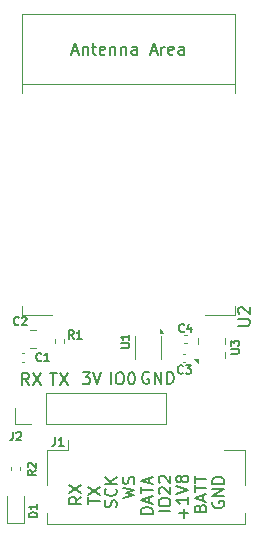
<source format=gbr>
%TF.GenerationSoftware,KiCad,Pcbnew,8.0.2-1*%
%TF.CreationDate,2025-01-02T17:14:25+07:00*%
%TF.ProjectId,ESP32-iPod-BLE,45535033-322d-4695-906f-642d424c452e,rev?*%
%TF.SameCoordinates,Original*%
%TF.FileFunction,Legend,Top*%
%TF.FilePolarity,Positive*%
%FSLAX46Y46*%
G04 Gerber Fmt 4.6, Leading zero omitted, Abs format (unit mm)*
G04 Created by KiCad (PCBNEW 8.0.2-1) date 2025-01-02 17:14:25*
%MOMM*%
%LPD*%
G01*
G04 APERTURE LIST*
%ADD10C,0.200000*%
%ADD11C,0.150000*%
%ADD12C,0.120000*%
G04 APERTURE END LIST*
D10*
X121914838Y-105056517D02*
X121867219Y-105151755D01*
X121867219Y-105151755D02*
X121867219Y-105294612D01*
X121867219Y-105294612D02*
X121914838Y-105437469D01*
X121914838Y-105437469D02*
X122010076Y-105532707D01*
X122010076Y-105532707D02*
X122105314Y-105580326D01*
X122105314Y-105580326D02*
X122295790Y-105627945D01*
X122295790Y-105627945D02*
X122438647Y-105627945D01*
X122438647Y-105627945D02*
X122629123Y-105580326D01*
X122629123Y-105580326D02*
X122724361Y-105532707D01*
X122724361Y-105532707D02*
X122819600Y-105437469D01*
X122819600Y-105437469D02*
X122867219Y-105294612D01*
X122867219Y-105294612D02*
X122867219Y-105199374D01*
X122867219Y-105199374D02*
X122819600Y-105056517D01*
X122819600Y-105056517D02*
X122771980Y-105008898D01*
X122771980Y-105008898D02*
X122438647Y-105008898D01*
X122438647Y-105008898D02*
X122438647Y-105199374D01*
X122867219Y-104580326D02*
X121867219Y-104580326D01*
X121867219Y-104580326D02*
X122867219Y-104008898D01*
X122867219Y-104008898D02*
X121867219Y-104008898D01*
X122867219Y-103532707D02*
X121867219Y-103532707D01*
X121867219Y-103532707D02*
X121867219Y-103294612D01*
X121867219Y-103294612D02*
X121914838Y-103151755D01*
X121914838Y-103151755D02*
X122010076Y-103056517D01*
X122010076Y-103056517D02*
X122105314Y-103008898D01*
X122105314Y-103008898D02*
X122295790Y-102961279D01*
X122295790Y-102961279D02*
X122438647Y-102961279D01*
X122438647Y-102961279D02*
X122629123Y-103008898D01*
X122629123Y-103008898D02*
X122724361Y-103056517D01*
X122724361Y-103056517D02*
X122819600Y-103151755D01*
X122819600Y-103151755D02*
X122867219Y-103294612D01*
X122867219Y-103294612D02*
X122867219Y-103532707D01*
X120843409Y-105596993D02*
X120891028Y-105454136D01*
X120891028Y-105454136D02*
X120938647Y-105406517D01*
X120938647Y-105406517D02*
X121033885Y-105358898D01*
X121033885Y-105358898D02*
X121176742Y-105358898D01*
X121176742Y-105358898D02*
X121271980Y-105406517D01*
X121271980Y-105406517D02*
X121319600Y-105454136D01*
X121319600Y-105454136D02*
X121367219Y-105549374D01*
X121367219Y-105549374D02*
X121367219Y-105930326D01*
X121367219Y-105930326D02*
X120367219Y-105930326D01*
X120367219Y-105930326D02*
X120367219Y-105596993D01*
X120367219Y-105596993D02*
X120414838Y-105501755D01*
X120414838Y-105501755D02*
X120462457Y-105454136D01*
X120462457Y-105454136D02*
X120557695Y-105406517D01*
X120557695Y-105406517D02*
X120652933Y-105406517D01*
X120652933Y-105406517D02*
X120748171Y-105454136D01*
X120748171Y-105454136D02*
X120795790Y-105501755D01*
X120795790Y-105501755D02*
X120843409Y-105596993D01*
X120843409Y-105596993D02*
X120843409Y-105930326D01*
X121081504Y-104977945D02*
X121081504Y-104501755D01*
X121367219Y-105073183D02*
X120367219Y-104739850D01*
X120367219Y-104739850D02*
X121367219Y-104406517D01*
X120367219Y-104216040D02*
X120367219Y-103644612D01*
X121367219Y-103930326D02*
X120367219Y-103930326D01*
X120367219Y-103454135D02*
X120367219Y-102882707D01*
X121367219Y-103168421D02*
X120367219Y-103168421D01*
X119436266Y-106430326D02*
X119436266Y-105668422D01*
X119817219Y-106049374D02*
X119055314Y-106049374D01*
X119817219Y-104668422D02*
X119817219Y-105239850D01*
X119817219Y-104954136D02*
X118817219Y-104954136D01*
X118817219Y-104954136D02*
X118960076Y-105049374D01*
X118960076Y-105049374D02*
X119055314Y-105144612D01*
X119055314Y-105144612D02*
X119102933Y-105239850D01*
X118817219Y-104382707D02*
X119817219Y-104049374D01*
X119817219Y-104049374D02*
X118817219Y-103716041D01*
X119245790Y-103239850D02*
X119198171Y-103335088D01*
X119198171Y-103335088D02*
X119150552Y-103382707D01*
X119150552Y-103382707D02*
X119055314Y-103430326D01*
X119055314Y-103430326D02*
X119007695Y-103430326D01*
X119007695Y-103430326D02*
X118912457Y-103382707D01*
X118912457Y-103382707D02*
X118864838Y-103335088D01*
X118864838Y-103335088D02*
X118817219Y-103239850D01*
X118817219Y-103239850D02*
X118817219Y-103049374D01*
X118817219Y-103049374D02*
X118864838Y-102954136D01*
X118864838Y-102954136D02*
X118912457Y-102906517D01*
X118912457Y-102906517D02*
X119007695Y-102858898D01*
X119007695Y-102858898D02*
X119055314Y-102858898D01*
X119055314Y-102858898D02*
X119150552Y-102906517D01*
X119150552Y-102906517D02*
X119198171Y-102954136D01*
X119198171Y-102954136D02*
X119245790Y-103049374D01*
X119245790Y-103049374D02*
X119245790Y-103239850D01*
X119245790Y-103239850D02*
X119293409Y-103335088D01*
X119293409Y-103335088D02*
X119341028Y-103382707D01*
X119341028Y-103382707D02*
X119436266Y-103430326D01*
X119436266Y-103430326D02*
X119626742Y-103430326D01*
X119626742Y-103430326D02*
X119721980Y-103382707D01*
X119721980Y-103382707D02*
X119769600Y-103335088D01*
X119769600Y-103335088D02*
X119817219Y-103239850D01*
X119817219Y-103239850D02*
X119817219Y-103049374D01*
X119817219Y-103049374D02*
X119769600Y-102954136D01*
X119769600Y-102954136D02*
X119721980Y-102906517D01*
X119721980Y-102906517D02*
X119626742Y-102858898D01*
X119626742Y-102858898D02*
X119436266Y-102858898D01*
X119436266Y-102858898D02*
X119341028Y-102906517D01*
X119341028Y-102906517D02*
X119293409Y-102954136D01*
X119293409Y-102954136D02*
X119245790Y-103049374D01*
X118317219Y-105880326D02*
X117317219Y-105880326D01*
X117317219Y-105213660D02*
X117317219Y-105023184D01*
X117317219Y-105023184D02*
X117364838Y-104927946D01*
X117364838Y-104927946D02*
X117460076Y-104832708D01*
X117460076Y-104832708D02*
X117650552Y-104785089D01*
X117650552Y-104785089D02*
X117983885Y-104785089D01*
X117983885Y-104785089D02*
X118174361Y-104832708D01*
X118174361Y-104832708D02*
X118269600Y-104927946D01*
X118269600Y-104927946D02*
X118317219Y-105023184D01*
X118317219Y-105023184D02*
X118317219Y-105213660D01*
X118317219Y-105213660D02*
X118269600Y-105308898D01*
X118269600Y-105308898D02*
X118174361Y-105404136D01*
X118174361Y-105404136D02*
X117983885Y-105451755D01*
X117983885Y-105451755D02*
X117650552Y-105451755D01*
X117650552Y-105451755D02*
X117460076Y-105404136D01*
X117460076Y-105404136D02*
X117364838Y-105308898D01*
X117364838Y-105308898D02*
X117317219Y-105213660D01*
X117412457Y-104404136D02*
X117364838Y-104356517D01*
X117364838Y-104356517D02*
X117317219Y-104261279D01*
X117317219Y-104261279D02*
X117317219Y-104023184D01*
X117317219Y-104023184D02*
X117364838Y-103927946D01*
X117364838Y-103927946D02*
X117412457Y-103880327D01*
X117412457Y-103880327D02*
X117507695Y-103832708D01*
X117507695Y-103832708D02*
X117602933Y-103832708D01*
X117602933Y-103832708D02*
X117745790Y-103880327D01*
X117745790Y-103880327D02*
X118317219Y-104451755D01*
X118317219Y-104451755D02*
X118317219Y-103832708D01*
X117412457Y-103451755D02*
X117364838Y-103404136D01*
X117364838Y-103404136D02*
X117317219Y-103308898D01*
X117317219Y-103308898D02*
X117317219Y-103070803D01*
X117317219Y-103070803D02*
X117364838Y-102975565D01*
X117364838Y-102975565D02*
X117412457Y-102927946D01*
X117412457Y-102927946D02*
X117507695Y-102880327D01*
X117507695Y-102880327D02*
X117602933Y-102880327D01*
X117602933Y-102880327D02*
X117745790Y-102927946D01*
X117745790Y-102927946D02*
X118317219Y-103499374D01*
X118317219Y-103499374D02*
X118317219Y-102880327D01*
X116817219Y-106080326D02*
X115817219Y-106080326D01*
X115817219Y-106080326D02*
X115817219Y-105842231D01*
X115817219Y-105842231D02*
X115864838Y-105699374D01*
X115864838Y-105699374D02*
X115960076Y-105604136D01*
X115960076Y-105604136D02*
X116055314Y-105556517D01*
X116055314Y-105556517D02*
X116245790Y-105508898D01*
X116245790Y-105508898D02*
X116388647Y-105508898D01*
X116388647Y-105508898D02*
X116579123Y-105556517D01*
X116579123Y-105556517D02*
X116674361Y-105604136D01*
X116674361Y-105604136D02*
X116769600Y-105699374D01*
X116769600Y-105699374D02*
X116817219Y-105842231D01*
X116817219Y-105842231D02*
X116817219Y-106080326D01*
X116531504Y-105127945D02*
X116531504Y-104651755D01*
X116817219Y-105223183D02*
X115817219Y-104889850D01*
X115817219Y-104889850D02*
X116817219Y-104556517D01*
X115817219Y-104366040D02*
X115817219Y-103794612D01*
X116817219Y-104080326D02*
X115817219Y-104080326D01*
X116531504Y-103508897D02*
X116531504Y-103032707D01*
X116817219Y-103604135D02*
X115817219Y-103270802D01*
X115817219Y-103270802D02*
X116817219Y-102937469D01*
X114267219Y-104725564D02*
X115267219Y-104487469D01*
X115267219Y-104487469D02*
X114552933Y-104296993D01*
X114552933Y-104296993D02*
X115267219Y-104106517D01*
X115267219Y-104106517D02*
X114267219Y-103868422D01*
X115219600Y-103535088D02*
X115267219Y-103392231D01*
X115267219Y-103392231D02*
X115267219Y-103154136D01*
X115267219Y-103154136D02*
X115219600Y-103058898D01*
X115219600Y-103058898D02*
X115171980Y-103011279D01*
X115171980Y-103011279D02*
X115076742Y-102963660D01*
X115076742Y-102963660D02*
X114981504Y-102963660D01*
X114981504Y-102963660D02*
X114886266Y-103011279D01*
X114886266Y-103011279D02*
X114838647Y-103058898D01*
X114838647Y-103058898D02*
X114791028Y-103154136D01*
X114791028Y-103154136D02*
X114743409Y-103344612D01*
X114743409Y-103344612D02*
X114695790Y-103439850D01*
X114695790Y-103439850D02*
X114648171Y-103487469D01*
X114648171Y-103487469D02*
X114552933Y-103535088D01*
X114552933Y-103535088D02*
X114457695Y-103535088D01*
X114457695Y-103535088D02*
X114362457Y-103487469D01*
X114362457Y-103487469D02*
X114314838Y-103439850D01*
X114314838Y-103439850D02*
X114267219Y-103344612D01*
X114267219Y-103344612D02*
X114267219Y-103106517D01*
X114267219Y-103106517D02*
X114314838Y-102963660D01*
X113719600Y-105527945D02*
X113767219Y-105385088D01*
X113767219Y-105385088D02*
X113767219Y-105146993D01*
X113767219Y-105146993D02*
X113719600Y-105051755D01*
X113719600Y-105051755D02*
X113671980Y-105004136D01*
X113671980Y-105004136D02*
X113576742Y-104956517D01*
X113576742Y-104956517D02*
X113481504Y-104956517D01*
X113481504Y-104956517D02*
X113386266Y-105004136D01*
X113386266Y-105004136D02*
X113338647Y-105051755D01*
X113338647Y-105051755D02*
X113291028Y-105146993D01*
X113291028Y-105146993D02*
X113243409Y-105337469D01*
X113243409Y-105337469D02*
X113195790Y-105432707D01*
X113195790Y-105432707D02*
X113148171Y-105480326D01*
X113148171Y-105480326D02*
X113052933Y-105527945D01*
X113052933Y-105527945D02*
X112957695Y-105527945D01*
X112957695Y-105527945D02*
X112862457Y-105480326D01*
X112862457Y-105480326D02*
X112814838Y-105432707D01*
X112814838Y-105432707D02*
X112767219Y-105337469D01*
X112767219Y-105337469D02*
X112767219Y-105099374D01*
X112767219Y-105099374D02*
X112814838Y-104956517D01*
X113671980Y-103956517D02*
X113719600Y-104004136D01*
X113719600Y-104004136D02*
X113767219Y-104146993D01*
X113767219Y-104146993D02*
X113767219Y-104242231D01*
X113767219Y-104242231D02*
X113719600Y-104385088D01*
X113719600Y-104385088D02*
X113624361Y-104480326D01*
X113624361Y-104480326D02*
X113529123Y-104527945D01*
X113529123Y-104527945D02*
X113338647Y-104575564D01*
X113338647Y-104575564D02*
X113195790Y-104575564D01*
X113195790Y-104575564D02*
X113005314Y-104527945D01*
X113005314Y-104527945D02*
X112910076Y-104480326D01*
X112910076Y-104480326D02*
X112814838Y-104385088D01*
X112814838Y-104385088D02*
X112767219Y-104242231D01*
X112767219Y-104242231D02*
X112767219Y-104146993D01*
X112767219Y-104146993D02*
X112814838Y-104004136D01*
X112814838Y-104004136D02*
X112862457Y-103956517D01*
X113767219Y-103527945D02*
X112767219Y-103527945D01*
X113767219Y-102956517D02*
X113195790Y-103385088D01*
X112767219Y-102956517D02*
X113338647Y-103527945D01*
X111317219Y-105273183D02*
X111317219Y-104701755D01*
X112317219Y-104987469D02*
X111317219Y-104987469D01*
X111317219Y-104463659D02*
X112317219Y-103796993D01*
X111317219Y-103796993D02*
X112317219Y-104463659D01*
X110767219Y-104658898D02*
X110291028Y-104992231D01*
X110767219Y-105230326D02*
X109767219Y-105230326D01*
X109767219Y-105230326D02*
X109767219Y-104849374D01*
X109767219Y-104849374D02*
X109814838Y-104754136D01*
X109814838Y-104754136D02*
X109862457Y-104706517D01*
X109862457Y-104706517D02*
X109957695Y-104658898D01*
X109957695Y-104658898D02*
X110100552Y-104658898D01*
X110100552Y-104658898D02*
X110195790Y-104706517D01*
X110195790Y-104706517D02*
X110243409Y-104754136D01*
X110243409Y-104754136D02*
X110291028Y-104849374D01*
X110291028Y-104849374D02*
X110291028Y-105230326D01*
X109767219Y-104325564D02*
X110767219Y-103658898D01*
X109767219Y-103658898D02*
X110767219Y-104325564D01*
X116493482Y-94114838D02*
X116398244Y-94067219D01*
X116398244Y-94067219D02*
X116255387Y-94067219D01*
X116255387Y-94067219D02*
X116112530Y-94114838D01*
X116112530Y-94114838D02*
X116017292Y-94210076D01*
X116017292Y-94210076D02*
X115969673Y-94305314D01*
X115969673Y-94305314D02*
X115922054Y-94495790D01*
X115922054Y-94495790D02*
X115922054Y-94638647D01*
X115922054Y-94638647D02*
X115969673Y-94829123D01*
X115969673Y-94829123D02*
X116017292Y-94924361D01*
X116017292Y-94924361D02*
X116112530Y-95019600D01*
X116112530Y-95019600D02*
X116255387Y-95067219D01*
X116255387Y-95067219D02*
X116350625Y-95067219D01*
X116350625Y-95067219D02*
X116493482Y-95019600D01*
X116493482Y-95019600D02*
X116541101Y-94971980D01*
X116541101Y-94971980D02*
X116541101Y-94638647D01*
X116541101Y-94638647D02*
X116350625Y-94638647D01*
X116969673Y-95067219D02*
X116969673Y-94067219D01*
X116969673Y-94067219D02*
X117541101Y-95067219D01*
X117541101Y-95067219D02*
X117541101Y-94067219D01*
X118017292Y-95067219D02*
X118017292Y-94067219D01*
X118017292Y-94067219D02*
X118255387Y-94067219D01*
X118255387Y-94067219D02*
X118398244Y-94114838D01*
X118398244Y-94114838D02*
X118493482Y-94210076D01*
X118493482Y-94210076D02*
X118541101Y-94305314D01*
X118541101Y-94305314D02*
X118588720Y-94495790D01*
X118588720Y-94495790D02*
X118588720Y-94638647D01*
X118588720Y-94638647D02*
X118541101Y-94829123D01*
X118541101Y-94829123D02*
X118493482Y-94924361D01*
X118493482Y-94924361D02*
X118398244Y-95019600D01*
X118398244Y-95019600D02*
X118255387Y-95067219D01*
X118255387Y-95067219D02*
X118017292Y-95067219D01*
X113269673Y-95117219D02*
X113269673Y-94117219D01*
X113936339Y-94117219D02*
X114126815Y-94117219D01*
X114126815Y-94117219D02*
X114222053Y-94164838D01*
X114222053Y-94164838D02*
X114317291Y-94260076D01*
X114317291Y-94260076D02*
X114364910Y-94450552D01*
X114364910Y-94450552D02*
X114364910Y-94783885D01*
X114364910Y-94783885D02*
X114317291Y-94974361D01*
X114317291Y-94974361D02*
X114222053Y-95069600D01*
X114222053Y-95069600D02*
X114126815Y-95117219D01*
X114126815Y-95117219D02*
X113936339Y-95117219D01*
X113936339Y-95117219D02*
X113841101Y-95069600D01*
X113841101Y-95069600D02*
X113745863Y-94974361D01*
X113745863Y-94974361D02*
X113698244Y-94783885D01*
X113698244Y-94783885D02*
X113698244Y-94450552D01*
X113698244Y-94450552D02*
X113745863Y-94260076D01*
X113745863Y-94260076D02*
X113841101Y-94164838D01*
X113841101Y-94164838D02*
X113936339Y-94117219D01*
X114983958Y-94117219D02*
X115079196Y-94117219D01*
X115079196Y-94117219D02*
X115174434Y-94164838D01*
X115174434Y-94164838D02*
X115222053Y-94212457D01*
X115222053Y-94212457D02*
X115269672Y-94307695D01*
X115269672Y-94307695D02*
X115317291Y-94498171D01*
X115317291Y-94498171D02*
X115317291Y-94736266D01*
X115317291Y-94736266D02*
X115269672Y-94926742D01*
X115269672Y-94926742D02*
X115222053Y-95021980D01*
X115222053Y-95021980D02*
X115174434Y-95069600D01*
X115174434Y-95069600D02*
X115079196Y-95117219D01*
X115079196Y-95117219D02*
X114983958Y-95117219D01*
X114983958Y-95117219D02*
X114888720Y-95069600D01*
X114888720Y-95069600D02*
X114841101Y-95021980D01*
X114841101Y-95021980D02*
X114793482Y-94926742D01*
X114793482Y-94926742D02*
X114745863Y-94736266D01*
X114745863Y-94736266D02*
X114745863Y-94498171D01*
X114745863Y-94498171D02*
X114793482Y-94307695D01*
X114793482Y-94307695D02*
X114841101Y-94212457D01*
X114841101Y-94212457D02*
X114888720Y-94164838D01*
X114888720Y-94164838D02*
X114983958Y-94117219D01*
X110874435Y-94117219D02*
X111493482Y-94117219D01*
X111493482Y-94117219D02*
X111160149Y-94498171D01*
X111160149Y-94498171D02*
X111303006Y-94498171D01*
X111303006Y-94498171D02*
X111398244Y-94545790D01*
X111398244Y-94545790D02*
X111445863Y-94593409D01*
X111445863Y-94593409D02*
X111493482Y-94688647D01*
X111493482Y-94688647D02*
X111493482Y-94926742D01*
X111493482Y-94926742D02*
X111445863Y-95021980D01*
X111445863Y-95021980D02*
X111398244Y-95069600D01*
X111398244Y-95069600D02*
X111303006Y-95117219D01*
X111303006Y-95117219D02*
X111017292Y-95117219D01*
X111017292Y-95117219D02*
X110922054Y-95069600D01*
X110922054Y-95069600D02*
X110874435Y-95021980D01*
X111779197Y-94117219D02*
X112112530Y-95117219D01*
X112112530Y-95117219D02*
X112445863Y-94117219D01*
X108126816Y-94167219D02*
X108698244Y-94167219D01*
X108412530Y-95167219D02*
X108412530Y-94167219D01*
X108936340Y-94167219D02*
X109603006Y-95167219D01*
X109603006Y-94167219D02*
X108936340Y-95167219D01*
X106341101Y-95167219D02*
X106007768Y-94691028D01*
X105769673Y-95167219D02*
X105769673Y-94167219D01*
X105769673Y-94167219D02*
X106150625Y-94167219D01*
X106150625Y-94167219D02*
X106245863Y-94214838D01*
X106245863Y-94214838D02*
X106293482Y-94262457D01*
X106293482Y-94262457D02*
X106341101Y-94357695D01*
X106341101Y-94357695D02*
X106341101Y-94500552D01*
X106341101Y-94500552D02*
X106293482Y-94595790D01*
X106293482Y-94595790D02*
X106245863Y-94643409D01*
X106245863Y-94643409D02*
X106150625Y-94691028D01*
X106150625Y-94691028D02*
X105769673Y-94691028D01*
X106674435Y-94167219D02*
X107341101Y-95167219D01*
X107341101Y-94167219D02*
X106674435Y-95167219D01*
D11*
X123416033Y-92533333D02*
X123982700Y-92533333D01*
X123982700Y-92533333D02*
X124049366Y-92500000D01*
X124049366Y-92500000D02*
X124082700Y-92466666D01*
X124082700Y-92466666D02*
X124116033Y-92400000D01*
X124116033Y-92400000D02*
X124116033Y-92266666D01*
X124116033Y-92266666D02*
X124082700Y-92200000D01*
X124082700Y-92200000D02*
X124049366Y-92166666D01*
X124049366Y-92166666D02*
X123982700Y-92133333D01*
X123982700Y-92133333D02*
X123416033Y-92133333D01*
X123416033Y-91866667D02*
X123416033Y-91433333D01*
X123416033Y-91433333D02*
X123682700Y-91666667D01*
X123682700Y-91666667D02*
X123682700Y-91566667D01*
X123682700Y-91566667D02*
X123716033Y-91500000D01*
X123716033Y-91500000D02*
X123749366Y-91466667D01*
X123749366Y-91466667D02*
X123816033Y-91433333D01*
X123816033Y-91433333D02*
X123982700Y-91433333D01*
X123982700Y-91433333D02*
X124049366Y-91466667D01*
X124049366Y-91466667D02*
X124082700Y-91500000D01*
X124082700Y-91500000D02*
X124116033Y-91566667D01*
X124116033Y-91566667D02*
X124116033Y-91766667D01*
X124116033Y-91766667D02*
X124082700Y-91833333D01*
X124082700Y-91833333D02*
X124049366Y-91866667D01*
X119383333Y-94149366D02*
X119350000Y-94182700D01*
X119350000Y-94182700D02*
X119250000Y-94216033D01*
X119250000Y-94216033D02*
X119183333Y-94216033D01*
X119183333Y-94216033D02*
X119083333Y-94182700D01*
X119083333Y-94182700D02*
X119016667Y-94116033D01*
X119016667Y-94116033D02*
X118983333Y-94049366D01*
X118983333Y-94049366D02*
X118950000Y-93916033D01*
X118950000Y-93916033D02*
X118950000Y-93816033D01*
X118950000Y-93816033D02*
X118983333Y-93682700D01*
X118983333Y-93682700D02*
X119016667Y-93616033D01*
X119016667Y-93616033D02*
X119083333Y-93549366D01*
X119083333Y-93549366D02*
X119183333Y-93516033D01*
X119183333Y-93516033D02*
X119250000Y-93516033D01*
X119250000Y-93516033D02*
X119350000Y-93549366D01*
X119350000Y-93549366D02*
X119383333Y-93582700D01*
X119616667Y-93516033D02*
X120050000Y-93516033D01*
X120050000Y-93516033D02*
X119816667Y-93782700D01*
X119816667Y-93782700D02*
X119916667Y-93782700D01*
X119916667Y-93782700D02*
X119983333Y-93816033D01*
X119983333Y-93816033D02*
X120016667Y-93849366D01*
X120016667Y-93849366D02*
X120050000Y-93916033D01*
X120050000Y-93916033D02*
X120050000Y-94082700D01*
X120050000Y-94082700D02*
X120016667Y-94149366D01*
X120016667Y-94149366D02*
X119983333Y-94182700D01*
X119983333Y-94182700D02*
X119916667Y-94216033D01*
X119916667Y-94216033D02*
X119716667Y-94216033D01*
X119716667Y-94216033D02*
X119650000Y-94182700D01*
X119650000Y-94182700D02*
X119616667Y-94149366D01*
X119483333Y-90649366D02*
X119450000Y-90682700D01*
X119450000Y-90682700D02*
X119350000Y-90716033D01*
X119350000Y-90716033D02*
X119283333Y-90716033D01*
X119283333Y-90716033D02*
X119183333Y-90682700D01*
X119183333Y-90682700D02*
X119116667Y-90616033D01*
X119116667Y-90616033D02*
X119083333Y-90549366D01*
X119083333Y-90549366D02*
X119050000Y-90416033D01*
X119050000Y-90416033D02*
X119050000Y-90316033D01*
X119050000Y-90316033D02*
X119083333Y-90182700D01*
X119083333Y-90182700D02*
X119116667Y-90116033D01*
X119116667Y-90116033D02*
X119183333Y-90049366D01*
X119183333Y-90049366D02*
X119283333Y-90016033D01*
X119283333Y-90016033D02*
X119350000Y-90016033D01*
X119350000Y-90016033D02*
X119450000Y-90049366D01*
X119450000Y-90049366D02*
X119483333Y-90082700D01*
X120083333Y-90249366D02*
X120083333Y-90716033D01*
X119916667Y-89982700D02*
X119750000Y-90482700D01*
X119750000Y-90482700D02*
X120183333Y-90482700D01*
X107383333Y-93099366D02*
X107350000Y-93132700D01*
X107350000Y-93132700D02*
X107250000Y-93166033D01*
X107250000Y-93166033D02*
X107183333Y-93166033D01*
X107183333Y-93166033D02*
X107083333Y-93132700D01*
X107083333Y-93132700D02*
X107016667Y-93066033D01*
X107016667Y-93066033D02*
X106983333Y-92999366D01*
X106983333Y-92999366D02*
X106950000Y-92866033D01*
X106950000Y-92866033D02*
X106950000Y-92766033D01*
X106950000Y-92766033D02*
X106983333Y-92632700D01*
X106983333Y-92632700D02*
X107016667Y-92566033D01*
X107016667Y-92566033D02*
X107083333Y-92499366D01*
X107083333Y-92499366D02*
X107183333Y-92466033D01*
X107183333Y-92466033D02*
X107250000Y-92466033D01*
X107250000Y-92466033D02*
X107350000Y-92499366D01*
X107350000Y-92499366D02*
X107383333Y-92532700D01*
X108050000Y-93166033D02*
X107650000Y-93166033D01*
X107850000Y-93166033D02*
X107850000Y-92466033D01*
X107850000Y-92466033D02*
X107783333Y-92566033D01*
X107783333Y-92566033D02*
X107716667Y-92632700D01*
X107716667Y-92632700D02*
X107650000Y-92666033D01*
X105483333Y-90049366D02*
X105450000Y-90082700D01*
X105450000Y-90082700D02*
X105350000Y-90116033D01*
X105350000Y-90116033D02*
X105283333Y-90116033D01*
X105283333Y-90116033D02*
X105183333Y-90082700D01*
X105183333Y-90082700D02*
X105116667Y-90016033D01*
X105116667Y-90016033D02*
X105083333Y-89949366D01*
X105083333Y-89949366D02*
X105050000Y-89816033D01*
X105050000Y-89816033D02*
X105050000Y-89716033D01*
X105050000Y-89716033D02*
X105083333Y-89582700D01*
X105083333Y-89582700D02*
X105116667Y-89516033D01*
X105116667Y-89516033D02*
X105183333Y-89449366D01*
X105183333Y-89449366D02*
X105283333Y-89416033D01*
X105283333Y-89416033D02*
X105350000Y-89416033D01*
X105350000Y-89416033D02*
X105450000Y-89449366D01*
X105450000Y-89449366D02*
X105483333Y-89482700D01*
X105750000Y-89482700D02*
X105783333Y-89449366D01*
X105783333Y-89449366D02*
X105850000Y-89416033D01*
X105850000Y-89416033D02*
X106016667Y-89416033D01*
X106016667Y-89416033D02*
X106083333Y-89449366D01*
X106083333Y-89449366D02*
X106116667Y-89482700D01*
X106116667Y-89482700D02*
X106150000Y-89549366D01*
X106150000Y-89549366D02*
X106150000Y-89616033D01*
X106150000Y-89616033D02*
X106116667Y-89716033D01*
X106116667Y-89716033D02*
X105716667Y-90116033D01*
X105716667Y-90116033D02*
X106150000Y-90116033D01*
X106916033Y-102416666D02*
X106582700Y-102649999D01*
X106916033Y-102816666D02*
X106216033Y-102816666D01*
X106216033Y-102816666D02*
X106216033Y-102549999D01*
X106216033Y-102549999D02*
X106249366Y-102483333D01*
X106249366Y-102483333D02*
X106282700Y-102449999D01*
X106282700Y-102449999D02*
X106349366Y-102416666D01*
X106349366Y-102416666D02*
X106449366Y-102416666D01*
X106449366Y-102416666D02*
X106516033Y-102449999D01*
X106516033Y-102449999D02*
X106549366Y-102483333D01*
X106549366Y-102483333D02*
X106582700Y-102549999D01*
X106582700Y-102549999D02*
X106582700Y-102816666D01*
X106282700Y-102149999D02*
X106249366Y-102116666D01*
X106249366Y-102116666D02*
X106216033Y-102049999D01*
X106216033Y-102049999D02*
X106216033Y-101883333D01*
X106216033Y-101883333D02*
X106249366Y-101816666D01*
X106249366Y-101816666D02*
X106282700Y-101783333D01*
X106282700Y-101783333D02*
X106349366Y-101749999D01*
X106349366Y-101749999D02*
X106416033Y-101749999D01*
X106416033Y-101749999D02*
X106516033Y-101783333D01*
X106516033Y-101783333D02*
X106916033Y-102183333D01*
X106916033Y-102183333D02*
X106916033Y-101749999D01*
X110133333Y-91266033D02*
X109900000Y-90932700D01*
X109733333Y-91266033D02*
X109733333Y-90566033D01*
X109733333Y-90566033D02*
X110000000Y-90566033D01*
X110000000Y-90566033D02*
X110066667Y-90599366D01*
X110066667Y-90599366D02*
X110100000Y-90632700D01*
X110100000Y-90632700D02*
X110133333Y-90699366D01*
X110133333Y-90699366D02*
X110133333Y-90799366D01*
X110133333Y-90799366D02*
X110100000Y-90866033D01*
X110100000Y-90866033D02*
X110066667Y-90899366D01*
X110066667Y-90899366D02*
X110000000Y-90932700D01*
X110000000Y-90932700D02*
X109733333Y-90932700D01*
X110800000Y-91266033D02*
X110400000Y-91266033D01*
X110600000Y-91266033D02*
X110600000Y-90566033D01*
X110600000Y-90566033D02*
X110533333Y-90666033D01*
X110533333Y-90666033D02*
X110466667Y-90732700D01*
X110466667Y-90732700D02*
X110400000Y-90766033D01*
X114116033Y-92033333D02*
X114682700Y-92033333D01*
X114682700Y-92033333D02*
X114749366Y-92000000D01*
X114749366Y-92000000D02*
X114782700Y-91966666D01*
X114782700Y-91966666D02*
X114816033Y-91900000D01*
X114816033Y-91900000D02*
X114816033Y-91766666D01*
X114816033Y-91766666D02*
X114782700Y-91700000D01*
X114782700Y-91700000D02*
X114749366Y-91666666D01*
X114749366Y-91666666D02*
X114682700Y-91633333D01*
X114682700Y-91633333D02*
X114116033Y-91633333D01*
X114816033Y-90933333D02*
X114816033Y-91333333D01*
X114816033Y-91133333D02*
X114116033Y-91133333D01*
X114116033Y-91133333D02*
X114216033Y-91200000D01*
X114216033Y-91200000D02*
X114282700Y-91266667D01*
X114282700Y-91266667D02*
X114316033Y-91333333D01*
X107016033Y-106354167D02*
X106316033Y-106354167D01*
X106316033Y-106354167D02*
X106316033Y-106187500D01*
X106316033Y-106187500D02*
X106349366Y-106087500D01*
X106349366Y-106087500D02*
X106416033Y-106020834D01*
X106416033Y-106020834D02*
X106482700Y-105987500D01*
X106482700Y-105987500D02*
X106616033Y-105954167D01*
X106616033Y-105954167D02*
X106716033Y-105954167D01*
X106716033Y-105954167D02*
X106849366Y-105987500D01*
X106849366Y-105987500D02*
X106916033Y-106020834D01*
X106916033Y-106020834D02*
X106982700Y-106087500D01*
X106982700Y-106087500D02*
X107016033Y-106187500D01*
X107016033Y-106187500D02*
X107016033Y-106354167D01*
X107016033Y-105287500D02*
X107016033Y-105687500D01*
X107016033Y-105487500D02*
X106316033Y-105487500D01*
X106316033Y-105487500D02*
X106416033Y-105554167D01*
X106416033Y-105554167D02*
X106482700Y-105620834D01*
X106482700Y-105620834D02*
X106516033Y-105687500D01*
X124054819Y-90161904D02*
X124864342Y-90161904D01*
X124864342Y-90161904D02*
X124959580Y-90114285D01*
X124959580Y-90114285D02*
X125007200Y-90066666D01*
X125007200Y-90066666D02*
X125054819Y-89971428D01*
X125054819Y-89971428D02*
X125054819Y-89780952D01*
X125054819Y-89780952D02*
X125007200Y-89685714D01*
X125007200Y-89685714D02*
X124959580Y-89638095D01*
X124959580Y-89638095D02*
X124864342Y-89590476D01*
X124864342Y-89590476D02*
X124054819Y-89590476D01*
X124150057Y-89161904D02*
X124102438Y-89114285D01*
X124102438Y-89114285D02*
X124054819Y-89019047D01*
X124054819Y-89019047D02*
X124054819Y-88780952D01*
X124054819Y-88780952D02*
X124102438Y-88685714D01*
X124102438Y-88685714D02*
X124150057Y-88638095D01*
X124150057Y-88638095D02*
X124245295Y-88590476D01*
X124245295Y-88590476D02*
X124340533Y-88590476D01*
X124340533Y-88590476D02*
X124483390Y-88638095D01*
X124483390Y-88638095D02*
X125054819Y-89209523D01*
X125054819Y-89209523D02*
X125054819Y-88590476D01*
X109988094Y-66919104D02*
X110464284Y-66919104D01*
X109892856Y-67204819D02*
X110226189Y-66204819D01*
X110226189Y-66204819D02*
X110559522Y-67204819D01*
X110892856Y-66538152D02*
X110892856Y-67204819D01*
X110892856Y-66633390D02*
X110940475Y-66585771D01*
X110940475Y-66585771D02*
X111035713Y-66538152D01*
X111035713Y-66538152D02*
X111178570Y-66538152D01*
X111178570Y-66538152D02*
X111273808Y-66585771D01*
X111273808Y-66585771D02*
X111321427Y-66681009D01*
X111321427Y-66681009D02*
X111321427Y-67204819D01*
X111654761Y-66538152D02*
X112035713Y-66538152D01*
X111797618Y-66204819D02*
X111797618Y-67061961D01*
X111797618Y-67061961D02*
X111845237Y-67157200D01*
X111845237Y-67157200D02*
X111940475Y-67204819D01*
X111940475Y-67204819D02*
X112035713Y-67204819D01*
X112749999Y-67157200D02*
X112654761Y-67204819D01*
X112654761Y-67204819D02*
X112464285Y-67204819D01*
X112464285Y-67204819D02*
X112369047Y-67157200D01*
X112369047Y-67157200D02*
X112321428Y-67061961D01*
X112321428Y-67061961D02*
X112321428Y-66681009D01*
X112321428Y-66681009D02*
X112369047Y-66585771D01*
X112369047Y-66585771D02*
X112464285Y-66538152D01*
X112464285Y-66538152D02*
X112654761Y-66538152D01*
X112654761Y-66538152D02*
X112749999Y-66585771D01*
X112749999Y-66585771D02*
X112797618Y-66681009D01*
X112797618Y-66681009D02*
X112797618Y-66776247D01*
X112797618Y-66776247D02*
X112321428Y-66871485D01*
X113226190Y-66538152D02*
X113226190Y-67204819D01*
X113226190Y-66633390D02*
X113273809Y-66585771D01*
X113273809Y-66585771D02*
X113369047Y-66538152D01*
X113369047Y-66538152D02*
X113511904Y-66538152D01*
X113511904Y-66538152D02*
X113607142Y-66585771D01*
X113607142Y-66585771D02*
X113654761Y-66681009D01*
X113654761Y-66681009D02*
X113654761Y-67204819D01*
X114130952Y-66538152D02*
X114130952Y-67204819D01*
X114130952Y-66633390D02*
X114178571Y-66585771D01*
X114178571Y-66585771D02*
X114273809Y-66538152D01*
X114273809Y-66538152D02*
X114416666Y-66538152D01*
X114416666Y-66538152D02*
X114511904Y-66585771D01*
X114511904Y-66585771D02*
X114559523Y-66681009D01*
X114559523Y-66681009D02*
X114559523Y-67204819D01*
X115464285Y-67204819D02*
X115464285Y-66681009D01*
X115464285Y-66681009D02*
X115416666Y-66585771D01*
X115416666Y-66585771D02*
X115321428Y-66538152D01*
X115321428Y-66538152D02*
X115130952Y-66538152D01*
X115130952Y-66538152D02*
X115035714Y-66585771D01*
X115464285Y-67157200D02*
X115369047Y-67204819D01*
X115369047Y-67204819D02*
X115130952Y-67204819D01*
X115130952Y-67204819D02*
X115035714Y-67157200D01*
X115035714Y-67157200D02*
X114988095Y-67061961D01*
X114988095Y-67061961D02*
X114988095Y-66966723D01*
X114988095Y-66966723D02*
X115035714Y-66871485D01*
X115035714Y-66871485D02*
X115130952Y-66823866D01*
X115130952Y-66823866D02*
X115369047Y-66823866D01*
X115369047Y-66823866D02*
X115464285Y-66776247D01*
X116654762Y-66919104D02*
X117130952Y-66919104D01*
X116559524Y-67204819D02*
X116892857Y-66204819D01*
X116892857Y-66204819D02*
X117226190Y-67204819D01*
X117559524Y-67204819D02*
X117559524Y-66538152D01*
X117559524Y-66728628D02*
X117607143Y-66633390D01*
X117607143Y-66633390D02*
X117654762Y-66585771D01*
X117654762Y-66585771D02*
X117750000Y-66538152D01*
X117750000Y-66538152D02*
X117845238Y-66538152D01*
X118559524Y-67157200D02*
X118464286Y-67204819D01*
X118464286Y-67204819D02*
X118273810Y-67204819D01*
X118273810Y-67204819D02*
X118178572Y-67157200D01*
X118178572Y-67157200D02*
X118130953Y-67061961D01*
X118130953Y-67061961D02*
X118130953Y-66681009D01*
X118130953Y-66681009D02*
X118178572Y-66585771D01*
X118178572Y-66585771D02*
X118273810Y-66538152D01*
X118273810Y-66538152D02*
X118464286Y-66538152D01*
X118464286Y-66538152D02*
X118559524Y-66585771D01*
X118559524Y-66585771D02*
X118607143Y-66681009D01*
X118607143Y-66681009D02*
X118607143Y-66776247D01*
X118607143Y-66776247D02*
X118130953Y-66871485D01*
X119464286Y-67204819D02*
X119464286Y-66681009D01*
X119464286Y-66681009D02*
X119416667Y-66585771D01*
X119416667Y-66585771D02*
X119321429Y-66538152D01*
X119321429Y-66538152D02*
X119130953Y-66538152D01*
X119130953Y-66538152D02*
X119035715Y-66585771D01*
X119464286Y-67157200D02*
X119369048Y-67204819D01*
X119369048Y-67204819D02*
X119130953Y-67204819D01*
X119130953Y-67204819D02*
X119035715Y-67157200D01*
X119035715Y-67157200D02*
X118988096Y-67061961D01*
X118988096Y-67061961D02*
X118988096Y-66966723D01*
X118988096Y-66966723D02*
X119035715Y-66871485D01*
X119035715Y-66871485D02*
X119130953Y-66823866D01*
X119130953Y-66823866D02*
X119369048Y-66823866D01*
X119369048Y-66823866D02*
X119464286Y-66776247D01*
X108566666Y-99616033D02*
X108566666Y-100116033D01*
X108566666Y-100116033D02*
X108533333Y-100216033D01*
X108533333Y-100216033D02*
X108466666Y-100282700D01*
X108466666Y-100282700D02*
X108366666Y-100316033D01*
X108366666Y-100316033D02*
X108300000Y-100316033D01*
X109266666Y-100316033D02*
X108866666Y-100316033D01*
X109066666Y-100316033D02*
X109066666Y-99616033D01*
X109066666Y-99616033D02*
X108999999Y-99716033D01*
X108999999Y-99716033D02*
X108933333Y-99782700D01*
X108933333Y-99782700D02*
X108866666Y-99816033D01*
X104966666Y-99166033D02*
X104966666Y-99666033D01*
X104966666Y-99666033D02*
X104933333Y-99766033D01*
X104933333Y-99766033D02*
X104866666Y-99832700D01*
X104866666Y-99832700D02*
X104766666Y-99866033D01*
X104766666Y-99866033D02*
X104700000Y-99866033D01*
X105266666Y-99232700D02*
X105299999Y-99199366D01*
X105299999Y-99199366D02*
X105366666Y-99166033D01*
X105366666Y-99166033D02*
X105533333Y-99166033D01*
X105533333Y-99166033D02*
X105599999Y-99199366D01*
X105599999Y-99199366D02*
X105633333Y-99232700D01*
X105633333Y-99232700D02*
X105666666Y-99299366D01*
X105666666Y-99299366D02*
X105666666Y-99366033D01*
X105666666Y-99366033D02*
X105633333Y-99466033D01*
X105633333Y-99466033D02*
X105233333Y-99866033D01*
X105233333Y-99866033D02*
X105666666Y-99866033D01*
D12*
%TO.C,U3*%
X122960000Y-92420000D02*
X122960000Y-92900000D01*
X122960000Y-91210000D02*
X122960000Y-91690000D01*
X120640000Y-91200000D02*
X120640000Y-91680000D01*
X120630000Y-93290000D02*
X120350000Y-93010000D01*
X120630000Y-93010000D01*
X120630000Y-93290000D01*
G36*
X120630000Y-93290000D02*
G01*
X120350000Y-93010000D01*
X120630000Y-93010000D01*
X120630000Y-93290000D01*
G37*
%TO.C,C3*%
X119372164Y-92540000D02*
X119587836Y-92540000D01*
X119372164Y-93260000D02*
X119587836Y-93260000D01*
%TO.C,C4*%
X119707836Y-90940000D02*
X119492164Y-90940000D01*
X119707836Y-91660000D02*
X119492164Y-91660000D01*
%TO.C,C1*%
X105957836Y-92490000D02*
X105742164Y-92490000D01*
X105957836Y-93210000D02*
X105742164Y-93210000D01*
%TO.C,C2*%
X106911253Y-90565000D02*
X106388747Y-90565000D01*
X106911253Y-92035000D02*
X106388747Y-92035000D01*
%TO.C,R2*%
X104820000Y-102096359D02*
X104820000Y-102403641D01*
X105580000Y-102096359D02*
X105580000Y-102403641D01*
%TO.C,R1*%
X109280000Y-91296359D02*
X109280000Y-91603641D01*
X108520000Y-91296359D02*
X108520000Y-91603641D01*
%TO.C,U1*%
X117690000Y-90760000D02*
X117410000Y-90760000D01*
X117410000Y-90480000D01*
X117690000Y-90760000D01*
G36*
X117690000Y-90760000D02*
G01*
X117410000Y-90760000D01*
X117410000Y-90480000D01*
X117690000Y-90760000D01*
G37*
X117510000Y-91000000D02*
X117510000Y-93000000D01*
X115290000Y-91000000D02*
X115290000Y-93000000D01*
%TO.C,D1*%
X104465000Y-104587501D02*
X104465000Y-106872501D01*
X104465000Y-106872501D02*
X105935000Y-106872501D01*
X105935000Y-106872501D02*
X105935000Y-104587501D01*
%TO.C,U2*%
X105750000Y-63750000D02*
X105750000Y-70500000D01*
X105750000Y-63750000D02*
X123750000Y-63750000D01*
X105750000Y-88500000D02*
X105750000Y-89250000D01*
X105750000Y-89250000D02*
X106500000Y-89250000D01*
X106500000Y-89250000D02*
X108250000Y-89250000D01*
X123000000Y-89250000D02*
X121250000Y-89250000D01*
X123750000Y-63750000D02*
X123750000Y-70500000D01*
X123750000Y-69690000D02*
X105750000Y-69690000D01*
X123750000Y-88500000D02*
X123750000Y-89250000D01*
X123750000Y-89250000D02*
X123000000Y-89250000D01*
%TO.C,J1*%
X107890000Y-100690000D02*
X109640000Y-100690000D01*
X107890000Y-103640000D02*
X107890000Y-100690000D01*
X107890000Y-106060000D02*
X107890000Y-106910000D01*
X107890000Y-106910000D02*
X124610000Y-106910000D01*
X109640000Y-100690000D02*
X109640000Y-99800000D01*
X124610000Y-100690000D02*
X122860000Y-100690000D01*
X124610000Y-103640000D02*
X124610000Y-100690000D01*
X124610000Y-106910000D02*
X124610000Y-106060000D01*
%TO.C,J2*%
X105160000Y-98480000D02*
X105160000Y-97150000D01*
X106490000Y-98480000D02*
X105160000Y-98480000D01*
X107760001Y-98480000D02*
X117980000Y-98480000D01*
X107760001Y-98480000D02*
X107760001Y-95820000D01*
X117980000Y-98480000D02*
X117980000Y-95820000D01*
X107760001Y-95820000D02*
X117980000Y-95820000D01*
%TD*%
M02*

</source>
